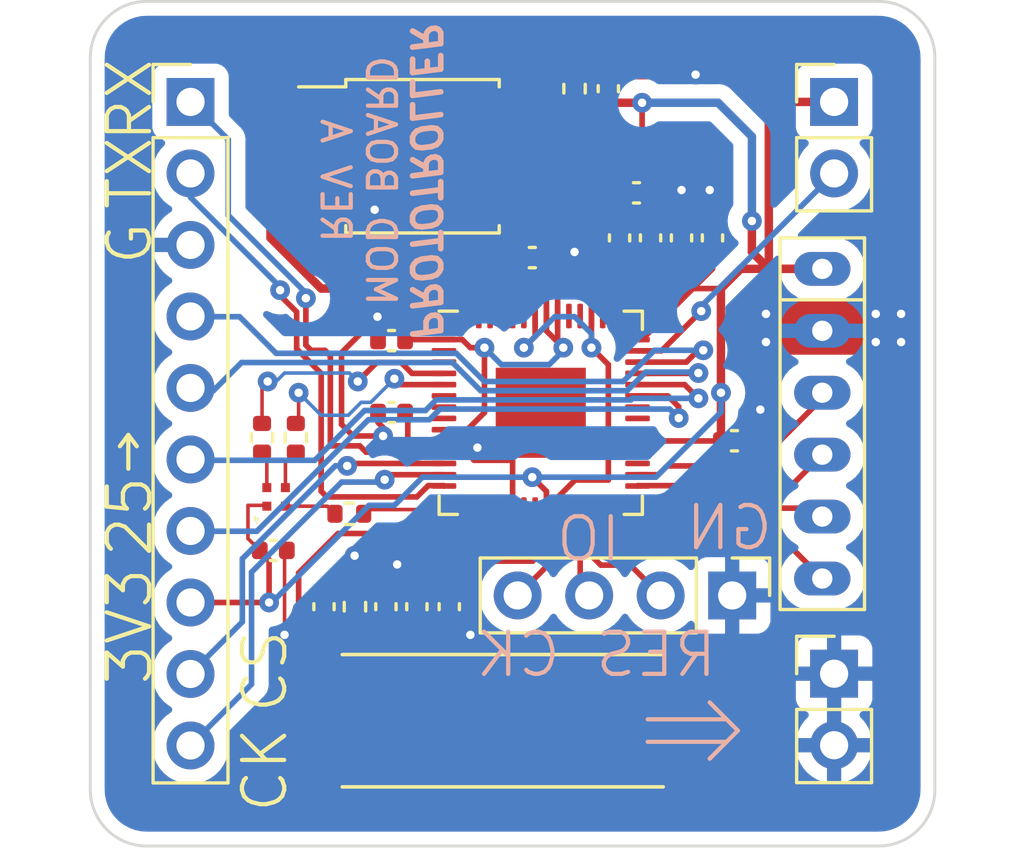
<source format=kicad_pcb>
(kicad_pcb (version 20211014) (generator pcbnew)
  (layers (0 "F.Cu" signal) (31 "B.Cu" signal) (34 "B.Paste" user) (35 "F.Paste" user) (36 "B.SilkS" user "B.Silkscreen") (37 "F.SilkS" user "F.Silkscreen") (38 "B.Mask" user) (39 "F.Mask" user) (44 "Edge.Cuts" user))
  (net 0 "")
  (net 1 "+3V3")
  (net 2 "/GPIO0")
  (net 3 "/GPIO1")
  (net 4 "/LB")
  (net 5 "/LG")
  (net 6 "/LR")
  (net 7 "/GPIO5")
  (net 8 "/GPIO6")
  (net 9 "/GPIO7")
  (net 10 "/GPIO13")
  (net 11 "/GPIO14")
  (net 12 "/GPIO15")
  (net 13 "GND")
  (net 14 "/XTAL_IN")
  (net 15 "/XTAL_OUT")
  (net 16 "+1V1")
  (net 17 "/SWCLK")
  (net 18 "/SWDIO")
  (net 19 "/RESET_N")
  (net 20 "/SPI1_CS_IO9")
  (net 21 "/SPI1_SCK")
  (net 22 "/SPI1_RX")
  (net 23 "/SPI1_TX")
  (net 24 "/GPIO20")
  (net 25 "/GPIO21")
  (net 26 "/GPIO22")
  (net 27 "/GPIO23")
  (net 28 "/GPIO24")
  (net 29 "/GPIO25")
  (net 30 "/GPIO26_ADC0")
  (net 31 "/GPIO27_ADC1")
  (net 32 "/GPIO28_ADC2")
  (net 33 "/GPIO29_ADC3")
  (net 36 "/QSPI_SD3")
  (net 37 "/QSPI_SCLK")
  (net 38 "/QSPI_SD0")
  (net 39 "/QSPI_SD2")
  (net 40 "/QSPI_SD1")
  (net 41 "/QSPI_NSS")
  (net 42 "Net-(C9-Pad2)")
  (net 43 "/LED_R")
  (net 44 "/CS")
  (net 45 "/SCLK")
  (net 46 "/RX")
  (net 47 "/TX")
  (net 48 "/LED_G")
  (net 49 "/LED_B")
  (net 50 "/GPIO4")
  (footprint "Connector_PinHeader_2.54mm:PinHeader_1x04_P2.54mm_Vertical" (layer "F.Cu") (at 167.8 96.1 -90)
    (fp_text reference "J1" hide)
    (fp_text value "Conn_01x04_Male")
  )
  (footprint "Capacitor_SMD:C_0402_1005Metric" (layer "F.Cu") (at 155.5 96.5 -90)
    (fp_text reference "C9" hide)
    (fp_text value "27p")
  )
  (footprint "Capacitor_SMD:C_0402_1005Metric" (layer "F.Cu") (at 166 83.4 90)
    (fp_text reference "C4" hide)
    (fp_text value "1u" hide)
  )
  (footprint "Capacitor_SMD:C_0402_1005Metric" (layer "F.Cu") (at 163.8 83.4 90)
    (fp_text reference "C5" hide)
    (fp_text value "100n" hide)
  )
  (footprint "Connector_PinHeader_2.54mm:PinHeader_1x02_P2.54mm_Vertical" (layer "F.Cu") (at 171.42 78.57)
    (fp_text reference "J10" hide)
    (fp_text value "Conn_01x02_Male")
  )
  (footprint "Capacitor_SMD:C_0402_1005Metric" (layer "F.Cu") (at 153.3 96.5 -90)
    (fp_text reference "C8" hide)
    (fp_text value "27p")
  )
  (footprint "Capacitor_SMD:C_0402_1005Metric" (layer "F.Cu") (at 164.4 81.8)
    (fp_text reference "C6" hide)
    (fp_text value "100n")
  )
  (footprint "Resistor_SMD:R_0402_1005Metric" (layer "F.Cu") (at 154.4 96.5 90)
    (fp_text reference "R3" hide)
    (fp_text value "1k")
  )
  (footprint "Capacitor_SMD:C_0402_1005Metric" (layer "F.Cu") (at 163.4 78.1 90)
    (fp_text reference "C14" hide)
    (fp_text value "100n")
  )
  (footprint "prototroller_footprints:LED_Cree-UHD111A" (layer "F.Cu") (at 151.6 92.6 180)
    (fp_text reference "D1" hide)
    (fp_text value "LED_RGB")
  )
  (footprint "Connector_PinHeader_2.54mm:PinHeader_1x10_P2.54mm_Vertical" (layer "F.Cu") (at 148.56 78.57)
    (fp_text reference "J2" hide)
    (fp_text value "Conn_01x10_Male")
  )
  (footprint "Resistor_SMD:R_0402_1005Metric" (layer "F.Cu") (at 151.1 90.5 -90)
    (fp_text reference "R4" hide)
    (fp_text value "1k")
  )
  (footprint "Capacitor_SMD:C_0402_1005Metric" (layer "F.Cu") (at 167.1 83.4 90)
    (fp_text reference "C13" hide)
    (fp_text value "100n")
  )
  (footprint "Capacitor_SMD:C_0402_1005Metric" (layer "F.Cu") (at 156.6 96.5 -90)
    (fp_text reference "C12" hide)
    (fp_text value "100n")
  )
  (footprint "Connector_PinHeader_2.54mm:PinHeader_1x02_P2.54mm_Vertical" (layer "F.Cu") (at 171.42 98.88)
    (fp_text reference "J9" hide)
    (fp_text value "Conn_01x02_Male")
  )
  (footprint "Capacitor_SMD:C_0402_1005Metric" (layer "F.Cu") (at 164.9 83.4 -90)
    (fp_text reference "C3" hide)
    (fp_text value "1u" hide)
  )
  (footprint "Capacitor_SMD:C_0402_1005Metric" (layer "F.Cu") (at 155.7 89.6 180)
    (fp_text reference "C10" hide)
    (fp_text value "100n")
  )
  (footprint "Resistor_SMD:R_0402_1005Metric" (layer "F.Cu") (at 154.2 93.2 180)
    (fp_text reference "R6" hide)
    (fp_text value "1k")
  )
  (footprint "Capacitor_SMD:C_0402_1005Metric" (layer "F.Cu") (at 167.88 90.60625)
    (fp_text reference "C11" hide)
    (fp_text value "100n")
  )
  (footprint "prototroller_footprints:XTAL_ABLS-12.000MHZ-B4-T" (layer "F.Cu") (at 159.65 100.55 180)
    (fp_text reference "Y1" hide)
    (fp_text value "ABLS-12.000MHZ-B4-T")
  )
  (footprint "Capacitor_SMD:C_0402_1005Metric" (layer "F.Cu") (at 157.75 96.5 -90)
    (fp_text reference "C2" hide)
    (fp_text value "100n")
  )
  (footprint "Resistor_SMD:R_0402_1005Metric" (layer "F.Cu") (at 162.2 78.1 -90)
    (fp_text reference "R2" hide)
    (fp_text value "10k")
  )
  (footprint "Capacitor_SMD:C_0402_1005Metric" (layer "F.Cu") (at 151.5 94.5)
    (fp_text reference "C15" hide)
    (fp_text value "100n")
  )
  (footprint "Package_DFN_QFN:QFN-56-1EP_7x7mm_P0.4mm_EP3.2x3.2mm" (layer "F.Cu") (at 161 89.6125)
    (fp_text reference "U1" hide)
    (fp_text value "RP2040")
  )
  (footprint "prototroller_footprints:Mag_Pogo_6P_P2.2mm_Male" (layer "F.Cu") (at 171 90 -90)
    (fp_text reference "J5" hide)
    (fp_text value "Conn_01x06_Male")
  )
  (footprint "Capacitor_SMD:C_0402_1005Metric" (layer "F.Cu") (at 160.7 84.1)
    (fp_text reference "C1" hide)
    (fp_text value "100n")
  )
  (footprint "Package_SO:SOIC-8_5.23x5.23mm_P1.27mm" (layer "F.Cu") (at 156.8 80.5)
    (fp_text reference "U2" hide)
    (fp_text value "W25Q16JVSSIQ")
  )
  (footprint "Resistor_SMD:R_0402_1005Metric" (layer "F.Cu") (at 152.3 90.5 -90)
    (fp_text reference "R5" hide)
    (fp_text value "1k")
  )
  (footprint "Capacitor_SMD:C_0402_1005Metric" (layer "F.Cu") (at 155.7 87.05 180)
    (fp_text reference "C7" hide)
    (fp_text value "100n")
  )
  (gr_line (start 164.8 100.5) (end 167.6 100.5) (layer "B.SilkS") (width 0.15))
  (gr_line (start 164.8 101.3) (end 167.6 101.3) (layer "B.SilkS") (width 0.15))
  (gr_line (start 167 99.9) (end 168 100.9) (layer "B.SilkS") (width 0.15))
  (gr_line (start 168 100.9) (end 167 101.9) (layer "B.SilkS") (width 0.15))
  (gr_line (start 146.35 90.4) (end 146.05 90.8) (layer "F.SilkS") (width 0.15))
  (gr_line (start 146.65 90.8) (end 146.35 90.4) (layer "F.SilkS") (width 0.15))
  (gr_line (start 146.35 91.6) (end 146.35 90.4) (layer "F.SilkS") (width 0.15))
  (gr_line (start 145 103) (end 145 77) (layer "Edge.Cuts") (width 0.1))
  (gr_arc (start 175 103) (mid 174.414214 104.414214) (end 173 105) (layer "Edge.Cuts") (width 0.1))
  (gr_arc (start 173 75) (mid 174.414214 75.585786) (end 175 77) (layer "Edge.Cuts") (width 0.1))
  (gr_arc (start 147 105) (mid 145.585786 104.414214) (end 145 103) (layer "Edge.Cuts") (width 0.1))
  (gr_line (start 173 105) (end 147 105) (layer "Edge.Cuts") (width 0.1))
  (gr_line (start 175 77) (end 175 103) (layer "Edge.Cuts") (width 0.1))
  (gr_arc (start 145 77) (mid 145.585786 75.585786) (end 147 75) (layer "Edge.Cuts") (width 0.1))
  (gr_line (start 147 75) (end 173 75) (layer "Edge.Cuts") (width 0.1))
  (gr_text "GN" (at 167.7 93.7) (layer "B.SilkS") (effects (font (size 1.5 1.5)) (justify mirror)))
  (gr_text "RES" (at 165.1 98.2) (layer "B.SilkS") (effects (font (size 1.5 1.5)) (justify mirror)))
  (gr_text "CK" (at 160.2 98.2) (layer "B.SilkS") (effects (font (size 1.5 1.5)) (justify mirror)))
  (gr_text "IO" (at 162.7 94.1) (layer "B.SilkS") (effects (font (size 1.5 1.5)) (justify mirror)))
  (gr_text "PROTOTROLLER" (at 156.9 81.45 270) (layer "B.SilkS") (effects (font (size 1 1) (thickness 0.2) italic) (justify mirror)))
  (gr_text "MOD BOARD\nREV A" (at 154.51 81.37 270) (layer "B.SilkS") (effects (font (size 1 1)) (justify mirror)))
  (gr_text "RX" (at 146.4 78.5 90) (layer "F.SilkS") (effects (font (size 1.5 1.5))))
  (gr_text "CS" (at 151.2 98.8 90) (layer "F.SilkS") (effects (font (size 1.5 1.5))))
  (gr_text "CK" (at 151.2 102.3 90) (layer "F.SilkS") (effects (font (size 1.5 1.5))))
  (gr_text "25" (at 146.4 93.3 90) (layer "F.SilkS") (effects (font (size 1.5 1.5))))
  (gr_text "G" (at 146.4 83.6 90) (layer "F.SilkS") (effects (font (size 1.5 1.5))))
  (gr_text "3V3" (at 146.4 97.2 90) (layer "F.SilkS") (effects (font (size 1.5 1.5))))
  (gr_text "TX" (at 146.4 81.1 90) (layer "F.SilkS") (effects (font (size 1.5 1.5))))
  (segment (start 161.2 92.4005) (end 161.2 93.05) (width 0.2) (layer "F.Cu") (net 1))
  (segment (start 157.991737 90.6125) (end 159 89.604237) (width 0.2) (layer "F.Cu") (net 1))
  (segment (start 161.2 86.175) (end 161.2 85.2) (width 0.2) (layer "F.Cu") (net 1))
  (segment (start 161.6 86.175) (end 161.6 85.4) (width 0.2) (layer "F.Cu") (net 1))
  (segment (start 162.6 85.2) (end 163.2 84.6) (width 0.2) (layer "F.Cu") (net 1))
  (segment (start 162.21 78.6) (end 162.2 78.61) (width 0.3) (layer "F.Cu") (net 1))
  (segment (start 150.6 92.9) (end 150.6 94.08) (width 0.127) (layer "F.Cu") (net 1))
  (segment (start 163.2 86.175) (end 163.2 85.642448) (width 0.2) (layer "F.Cu") (net 1))
  (segment (start 157.366 94.554) (end 160.577372 94.554) (width 0.2) (layer "F.Cu") (net 1))
  (segment (start 162.3 84.8) (end 163.1 84) (width 0.2) (layer "F.Cu") (net 1))
  (segment (start 161.6 87.1) (end 161.8 87.3) (width 0.2) (layer "F.Cu") (net 1))
  (segment (start 157.5625 90.6125) (end 157.991737 90.6125) (width 0.2) (layer "F.Cu") (net 1))
  (segment (start 164.6 78.6) (end 162.21 78.6) (width 0.3) (layer "F.Cu") (net 1))
  (segment (start 156.3125 90.6125) (end 157.5625 90.6125) (width 0.2) (layer "F.Cu") (net 1))
  (segment (start 156.2175 87.0125) (end 156.18 87.05) (width 0.2) (layer "F.Cu") (net 1))
  (segment (start 166.4 85.2) (end 167.4 85.2) (width 0.2) (layer "F.Cu") (net 1))
  (segment (start 150.6 94.08) (end 151.02 94.5) (width 0.127) (layer "F.Cu") (net 1))
  (segment (start 162.2 78.61) (end 163.37 78.61) (width 0.2) (layer "F.Cu") (net 1))
  (segment (start 169.63 78.57) (end 171.42 78.57) (width 0.3) (layer "F.Cu") (net 1))
  (segment (start 167.4 85.6) (end 167.4 86.3) (width 0.3) (layer "F.Cu") (net 1))
  (segment (start 164.5875 87.0125) (end 165.425 86.175) (width 0.2) (layer "F.Cu") (net 1))
  (segment (start 158.2125 87.0125) (end 158.5 87.3) (width 0.2) (layer "F.Cu") (net 1))
  (segment (start 156.277 89.697) (end 156.277 90.577) (width 0.2) (layer "F.Cu") (net 1))
  (segment (start 163.2 86.175) (end 163.6 86.175) (width 0.2) (layer "F.Cu") (net 1))
  (segment (start 168.5 82.8) (end 168.5 83.9) (width 0.3) (layer "F.Cu") (net 1))
  (segment (start 161.6 86.175) (end 161.6 87.1) (width 0.2) (layer "F.Cu") (net 1))
  (segment (start 165.2 85.3) (end 166 84.5) (width 0.2) (layer "F.Cu") (net 1))
  (segment (start 151.35 96.35) (end 151.35 94.83) (width 0.2) (layer "F.Cu") (net 1))
  (segment (start 166.35 85.25) (end 167.1 84.5) (width 0.2) (layer "F.Cu") (net 1))
  (segment (start 164.4375 90.6125) (end 167.39375 90.6125) (width 0.2) (layer "F.Cu") (net 1))
  (segment (start 163.6 86.175) (end 165.425 86.175) (width 0.2) (layer "F.Cu") (net 1))
  (segment (start 157.5625 87.0125) (end 158.2125 87.0125) (width 0.2) (layer "F.Cu") (net 1))
  (segment (start 168.5 83.9) (end 169.1 84.5) (width 0.3) (layer "F.Cu") (net 1))
  (segment (start 167.4 86.3) (end 167.4 86.99375) (width 0.3) (layer "F.Cu") (net 1))
  (segment (start 160.6995 91.9) (end 161.2 92.4005) (width 0.2) (layer "F.Cu") (net 1))
  (segment (start 151.35 94.83) (end 151.02 94.5) (width 0.2) (layer "F.Cu") (net 1))
  (segment (start 163.1 81) (end 164.6 79.5) (width 0.2) (layer "F.Cu") (net 1))
  (segment (start 157.5625 87.0125) (end 156.2175 87.0125) (width 0.2) (layer "F.Cu") (net 1))
  (segment (start 159 89.604237) (end 159 87.3) (width 0.2) (layer "F.Cu") (net 1))
  (segment (start 163.2 85.642448) (end 163.542448 85.3) (width 0.2) (layer "F.Cu") (net 1))
  (segment (start 163.6 84.6) (end 163.8 84.4) (width 0.2) (layer "F.Cu") (net 1))
  (segment (start 163.3 81.8) (end 163.92 81.8) (width 0.2) (layer "F.Cu") (net 1))
  (segment (start 160.577372 94.554) (end 161.2 93.931372) (width 0.2) (layer "F.Cu") (net 1))
  (segment (start 163.37 78.61) (end 163.4 78.58) (width 0.2) (layer "F.Cu") (net 1))
  (segment (start 156.18 89.6) (end 156.277 89.697) (width 0.2) (layer "F.Cu") (net 1))
  (segment (start 169.1 84.5) (end 170 84.5) (width 0.3) (layer "F.Cu") (net 1))
  (segment (start 165.425 86.175) (end 166.35 85.25) (width 0.2) (layer "F.Cu") (net 1))
  (segment (start 163.1 82.2) (end 163.1 82) (width 0.2) (layer "F.Cu") (net 1))
  (segment (start 163.1 82.2) (end 163.1 81) (width 0.2) (layer "F.Cu") (net 1))
  (segment (start 161.2 85.2) (end 161.6 84.8) (width 0.2) (layer "F.Cu") (net 1))
  (segment (start 163.1 82) (end 163.3 81.8) (width 0.2) (layer "F.Cu") (net 1))
  (segment (start 171 84.5) (end 170 84.5) (width 0.3) (layer "F.Cu") (net 1))
  (segment (start 166.35 85.25) (end 166.4 85.2) (width 0.2) (layer "F.Cu") (net 1))
  (segment (start 170 84.5) (end 168.1 84.5) (width 0.3) (layer "F.Cu") (net 1))
  (segment (start 151.27 92.93) (end 151.24 92.9) (width 0.127) (layer "F.Cu") (net 1))
  (segment (start 164.6 79.5) (end 164.6 78.6) (width 0.2) (layer "F.Cu") (net 1))
  (segment (start 161.2 93.931372) (end 161.2 93.05) (width 0.2) (layer "F.Cu") (net 1))
  (segment (start 163.542448 85.3) (end 165.2 85.3) (width 0.2) (layer "F.Cu") (net 1))
  (segment (start 169.1 79.1) (end 169.63 78.57) (width 0.3) (layer "F.Cu") (net 1))
  (segment (start 161.8 85.2) (end 162.6 85.2) (width 0.2) (layer "F.Cu") (net 1))
  (segment (start 156.6 95.32) (end 157.366 94.554) (width 0.2) (layer "F.Cu") (net 1))
  (segment (start 161.8 87.3) (end 161.2 86.7) (width 0.2) (layer "F.Cu") (net 1))
  (segment (start 164.4375 87.0125) (end 164.5875 87.0125) (width 0.2) (layer "F.Cu") (net 1))
  (segment (start 167.1 84.5) (end 167.1 83.88) (width 0.2) (layer "F.Cu") (net 1))
  (segment (start 166 84.5) (end 166 83.88) (width 0.2) (layer "F.Cu") (net 1))
  (segment (start 161.6 84.8) (end 162.3 84.8) (width 0.2) (layer "F.Cu") (net 1))
  (segment (start 156.277 90.577) (end 156.3125 90.6125) (width 0.2) (layer "F.Cu") (net 1))
  (segment (start 151.24 92.9) (end 150.6 92.9) (width 0.127) (layer "F.Cu") (net 1))
  (segment (start 151.35 96.35) (end 148.56 96.35) (width 0.2) (layer "F.Cu") (net 1))
  (segment (start 169.1 84.5) (end 169.1 79.1) (width 0.3) (layer "F.Cu") (net 1))
  (segment (start 158.5 87.3) (end 159 87.3) (width 0.2) (layer "F.Cu") (net 1))
  (segment (start 156.6 96.02) (end 156.6 95.32) (width 0.2) (layer "F.Cu") (net 1))
  (segment (start 167.4 90.60625) (end 167.4 86.99375) (width 0.3) (layer "F.Cu") (net 1))
  (segment (start 161.6 85.4) (end 161.8 85.2) (width 0.2) (layer "F.Cu") (net 1))
  (segment (start 163.2 84.6) (end 163.6 84.6) (width 0.2) (layer "F.Cu") (net 1))
  (segment (start 168.1 84.5) (end 167.4 85.2) (width 0.3) (layer "F.Cu") (net 1))
  (segment (start 163.8 84.4) (end 163.8 83.88) (width 0.2) (layer "F.Cu") (net 1))
  (segment (start 160.4 78.595) (end 162.185 78.595) (width 0.3) (layer "F.Cu") (net 1))
  (segment (start 161.2 86.7) (end 161.2 86.175) (width 0.2) (layer "F.Cu") (net 1))
  (segment (start 167.4 85.2) (end 167.4 85.6) (width 0.3) (layer "F.Cu") (net 1))
  (segment (start 162.185 78.595) (end 162.2 78.61) (width 0.3) (layer "F.Cu") (net 1))
  (segment (start 163.1 84) (end 163.1 82.2) (width 0.2) (layer "F.Cu") (net 1))
  (via (at 161.8 87.3) (size 0.7) (drill 0.3) (layers "F.Cu" "B.Cu") (net 1))
  (via (at 164.6 78.6) (size 0.7) (drill 0.3) (layers "F.Cu" "B.Cu") (net 1))
  (via (at 159 87.3) (size 0.7) (drill 0.3) (layers "F.Cu" "B.Cu") (net 1))
  (via (at 168.5 82.8) (size 0.7) (drill 0.3) (layers "F.Cu" "B.Cu") (net 1))
  (via (at 167.401825 88.899544) (size 0.7) (drill 0.3) (layers "F.Cu" "B.Cu") (net 1))
  (via (at 151.35 96.35) (size 0.7) (drill 0.3) (layers "F.Cu" "B.Cu") (net 1))
  (via (at 160.6995 91.9) (size 0.7) (drill 0.3) (layers "F.Cu" "B.Cu") (net 1))
  (segment (start 151.35 96.35) (end 151.45 96.35) (width 0.2) (layer "B.Cu") (net 1))
  (segment (start 159.6 87.9) (end 161.3 87.9) (width 0.2) (layer "B.Cu") (net 1))
  (segment (start 161.3 87.9) (end 161.8 87.4) (width 0.2) (layer "B.Cu") (net 1))
  (segment (start 168.5 79.8) (end 167.3 78.6) (width 0.3) (layer "B.Cu") (net 1))
  (segment (start 161.8 87.4) (end 161.8 87.3) (width 0.2) (layer "B.Cu") (net 1))
  (segment (start 154.9 92.9) (end 155.8 92.9) (width 0.2) (layer "B.Cu") (net 1))
  (segment (start 165.089496 91.9) (end 167.401825 89.587671) (width 0.2) (layer "B.Cu") (net 1))
  (segment (start 151.45 96.35) (end 154.9 92.9) (width 0.2) (layer "B.Cu") (net 1))
  (segment (start 155.8 92.9) (end 156.8 91.9) (width 0.2) (layer "B.Cu") (net 1))
  (segment (start 159 87.3) (end 159.6 87.9) (width 0.2) (layer "B.Cu") (net 1))
  (segment (start 167.3 78.6) (end 164.6 78.6) (width 0.3) (layer "B.Cu") (net 1))
  (segment (start 167.401825 89.587671) (end 167.401825 88.899544) (width 0.2) (layer "B.Cu") (net 1))
  (segment (start 156.8 91.9) (end 160.6995 91.9) (width 0.2) (layer "B.Cu") (net 1))
  (segment (start 168.5 82.8) (end 168.5 79.8) (width 0.3) (layer "B.Cu") (net 1))
  (segment (start 160.6995 91.9) (end 165.089496 91.9) (width 0.2) (layer "B.Cu") (net 1))
  (segment (start 153.42 92.93) (end 151.93 92.93) (width 0.127) (layer "F.Cu") (net 4))
  (segment (start 153.69 93.2) (end 153.42 92.93) (width 0.127) (layer "F.Cu") (net 4))
  (segment (start 151.93 91.38) (end 151.93 92.27) (width 0.127) (layer "F.Cu") (net 5))
  (segment (start 152.3 91.01) (end 151.93 91.38) (width 0.127) (layer "F.Cu") (net 5))
  (segment (start 151.1 91.01) (end 151.27 91.18) (width 0.127) (layer "F.Cu") (net 6))
  (segment (start 151.27 91.18) (end 151.27 92.27) (width 0.127) (layer "F.Cu") (net 6))
  (segment (start 166.48 77.62) (end 163.4 77.62) (width 0.3) (layer "F.Cu") (net 13))
  (segment (start 168.36 90.60625) (end 168.36 89.94) (width 0.3) (layer "F.Cu") (net 13))
  (segment (start 154.336 90.436) (end 153.923 90.023) (width 0.2) (layer "F.Cu") (net 13))
  (segment (start 161.18 84.1) (end 162 84.1) (width 0.2) (layer "F.Cu") (net 13))
  (segment (start 155.095 82.405) (end 155.1 82.4) (width 0.3) (layer "F.Cu") (net 13))
  (segment (start 151.98 94.5) (end 151.9 94.58) (width 0.127) (layer "F.Cu") (net 13))
  (segment (start 160 90.6125) (end 160.40625 90.20625) (width 0.2) (layer "F.Cu") (net 13))
  (segment (start 155.2 86.2) (end 155.22 86.22) (width 0.127) (layer "F.Cu") (net 13))
  (segment (start 154.387352 94.687352) (end 153.3 95.774704) (width 0.3) (layer "F.Cu") (net 13))
  (segment (start 153.923 90.023) (end 153.923 87.477) (width 0.2) (layer "F.Cu") (net 13))
  (segment (start 155.5 95.4) (end 155.9 95) (width 0.3) (layer "F.Cu") (net 13))
  (segment (start 155.4 90.436) (end 154.336 90.436) (width 0.2) (layer "F.Cu") (net 13))
  (segment (start 160.40625 90.20625) (end 161 89.6125) (width 0.2) (layer "F.Cu") (net 13))
  (segment (start 160 93.05) (end 160 90.6125) (width 0.2) (layer "F.Cu") (net 13))
  (segment (start 155.4 90.436) (end 155.4 90.136) (width 0.2) (layer "F.Cu") (net 13))
  (segment (start 155.22 86.22) (end 155.22 87.05) (width 0.127) (layer "F.Cu") (net 13))
  (segment (start 162 84.1) (end 162.2 83.9) (width 0.2) (layer "F.Cu") (net 13))
  (segment (start 168.36 89.94) (end 168.8 89.5) (width 0.3) (layer "F.Cu") (net 13))
  (segment (start 151.9 94.58) (end 151.9 97.5) (width 0.127) (layer "F.Cu") (net 13))
  (segment (start 153.2 82.405) (end 155.095 82.405) (width 0.3) (layer "F.Cu") (net 13))
  (segment (start 153.923 87.477) (end 155.2 86.2) (width 0.2) (layer "F.Cu") (net 13))
  (segment (start 166.5 77.6) (end 166.48 77.62) (width 0.3) (layer "F.Cu") (net 13))
  (segment (start 155.5 96.02) (end 155.5 95.4) (width 0.3) (layer "F.Cu") (net 13))
  (segment (start 155.4 90.136) (end 155.22 89.956) (width 0.2) (layer "F.Cu") (net 13))
  (segment (start 153.3 95.774704) (end 153.3 96.02) (width 0.3) (layer "F.Cu") (net 13))
  (via (at 169 87.1) (size 0.7) (drill 0.3) (layers "F.Cu" "B.Cu") (net 13))
  (via (at 173.8 86.1) (size 0.7) (drill 0.3) (layers "F.Cu" "B.Cu") (net 13))
  (via (at 158.5 97.5) (size 0.7) (drill 0.3) (layers "F.Cu" "B.Cu") (net 13))
  (via (at 151.9 97.5) (size 0.7) (drill 0.3) (layers "F.Cu" "B.Cu") (net 13))
  (via (at 168.8 89.5) (size 0.7) (drill 0.3) (layers "F.Cu" "B.Cu") (net 13))
  (via (at 172.9 86.1) (size 0.7) (drill 0.3) (layers "F.Cu" "B.Cu") (net 13))
  (via (at 155.2 86.2) (size 0.7) (drill 0.3) (layers "F.Cu" "B.Cu") (net 13))
  (via (at 158.75 90.85) (size 0.7) (drill 0.3) (layers "F.Cu" "B.Cu") (net 13))
  (via (at 166 81.7) (size 0.7) (drill 0.3) (layers "F.Cu" "B.Cu") (net 13))
  (via (at 166.5 77.6) (size 0.7) (drill 0.3) (layers "F.Cu" "B.Cu") (net 13))
  (via (at 167 81.7) (size 0.7) (drill 0.3) (layers "F.Cu" "B.Cu") (net 13))
  (via (at 155.4 90.436) (size 0.7) (drill 0.3) (layers "F.Cu" "B.Cu") (net 13))
  (via (at 173.8 87.1) (size 0.7) (drill 0.3) (layers "F.Cu" "B.Cu") (net 13))
  (via (at 169 86.1) (size 0.7) (drill 0.3) (layers "F.Cu" "B.Cu") (net 13))
  (via (at 154.387352 94.687352) (size 0.7) (drill 0.3) (layers "F.Cu" "B.Cu") (net 13))
  (via (at 162.2 83.9) (size 0.7) (drill 0.3) (layers "F.Cu" "B.Cu") (net 13))
  (via (at 172.9 87.1) (size 0.7) (drill 0.3) (layers "F.Cu" "B.Cu") (net 13))
  (via (at 155.1 82.4) (size 0.7) (drill 0.3) (layers "F.Cu" "B.Cu") (net 13))
  (via (at 155.9 95) (size 0.7) (drill 0.3) (layers "F.Cu" "B.Cu") (net 13))
  (segment (start 153.8 93.9) (end 152.4 95.3) (width 0.2) (layer "F.Cu") (net 14))
  (segment (start 152.68 96.98) (end 153.3 96.98) (width 0.2) (layer "F.Cu") (net 14))
  (segment (start 154.9 100.55) (end 154.9 99.4) (width 0.3) (layer "F.Cu") (net 14))
  (segment (start 160.16 93.9) (end 153.8 93.9) (width 0.2) (layer "F.Cu") (net 14))
  (segment (start 152.4 96.7) (end 152.68 96.98) (width 0.2) (layer "F.Cu") (net 14))
  (segment (start 160.4 93.05) (end 160.4 93.66) (width 0.2) (layer "F.Cu") (net 14))
  (segment (start 160.4 93.66) (end 160.16 93.9) (width 0.2) (layer "F.Cu") (net 14))
  (segment (start 153.3 97.8) (end 153.3 96.98) (width 0.3) (layer "F.Cu") (net 14))
  (segment (start 154.9 99.4) (end 153.3 97.8) (width 0.3) (layer "F.Cu") (net 14))
  (segment (start 152.4 95.3) (end 152.4 96.7) (width 0.2) (layer "F.Cu") (net 14))
  (segment (start 160.8 93.722448) (end 160.295448 94.227) (width 0.2) (layer "F.Cu") (net 15))
  (segment (start 160.8 93.05) (end 160.8 93.722448) (width 0.2) (layer "F.Cu") (net 15))
  (segment (start 160.295448 94.227) (end 155.663 94.227) (width 0.2) (layer "F.Cu") (net 15))
  (segment (start 155.663 94.227) (end 154.4 95.49) (width 0.2) (layer "F.Cu") (net 15))
  (segment (start 154.4 95.49) (end 154.4 95.99) (width 0.2) (layer "F.Cu") (net 15))
  (segment (start 162.8 86.175) (end 162.8 85.58) (width 0.2) (layer "F.Cu") (net 16))
  (segment (start 164.4 84.973) (end 164.9 84.473) (width 0.2) (layer "F.Cu") (net 16))
  (segment (start 160.8 86.175) (end 160.8 85.3) (width 0.2) (layer "F.Cu") (net 16))
  (segment (start 161.6 93.05) (end 161.6 93.99382) (width 0.2) (layer "F.Cu") (net 16))
  (segment (start 160.71282 94.881) (end 158.319 94.881) (width 0.2) (layer "F.Cu") (net 16))
  (segment (start 163.407 84.973) (end 164.4 84.973) (width 0.2) (layer "F.Cu") (net 16))
  (segment (start 160.8 86.175) (end 160.8 86.9) (width 0.2) (layer "F.Cu") (net 16))
  (segment (start 162.8 87.3) (end 162.8 86.175) (width 0.2) (layer "F.Cu") (net 16))
  (segment (start 161.6 93.05) (end 161.6 92.620763) (width 0.2) (layer "F.Cu") (net 16))
  (segment (start 160.8 85.3) (end 160.22 84.72) (width 0.2) (layer "F.Cu") (net 16))
  (segment (start 162.8 85.58) (end 163.407 84.973) (width 0.2) (layer "F.Cu") (net 16))
  (segment (start 161.6 93.99382) (end 160.71282 94.881) (width 0.2) (layer "F.Cu") (net 16))
  (segment (start 157.75 95.45) (end 157.75 96.02) (width 0.2) (layer "F.Cu") (net 16))
  (segment (start 164.9 84.473) (end 164.9 83.88) (width 0.2) (layer "F.Cu") (net 16))
  (segment (start 158.319 94.881) (end 157.75 95.45) (width 0.2) (layer "F.Cu") (net 16))
  (segment (start 160.22 84.72) (end 160.22 84.1) (width 0.2) (layer "F.Cu") (net 16))
  (segment (start 163.4 92) (end 163.4 87.9) (width 0.2) (layer "F.Cu") (net 16))
  (segment (start 160.8 86.9) (end 160.4 87.3) (width 0.2) (layer "F.Cu") (net 16))
  (segment (start 162.220763 92) (end 163.4 92) (width 0.2) (layer "F.Cu") (net 16))
  (segment (start 161.6 92.620763) (end 162.220763 92) (width 0.2) (layer "F.Cu") (net 16))
  (segment (start 163.4 87.9) (end 162.8 87.3) (width 0.2) (layer "F.Cu") (net 16))
  (via (at 160.4 87.3) (size 0.7) (drill 0.3) (layers "F.Cu" "B.Cu") (net 16))
  (via (at 162.8 87.3) (size 0.7) (drill 0.3) (layers "F.Cu" "B.Cu") (net 16))
  (segment (start 162.8 86.8) (end 162.2 86.2) (width 0.2) (layer "B.Cu") (net 16))
  (segment (start 162.8 87.3) (end 162.8 86.8) (width 0.2) (layer "B.Cu") (net 16))
  (segment (start 162.2 86.2) (end 161.5 86.2) (width 0.2) (layer "B.Cu") (net 16))
  (segment (start 161.5 86.2) (end 160.4 87.3) (width 0.2) (layer "B.Cu") (net 16))
  (segment (start 162 94.28) (end 160.18 96.1) (width 0.2) (layer "F.Cu") (net 17))
  (segment (start 162 93.05) (end 162 94.28) (width 0.2) (layer "F.Cu") (net 17))
  (segment (start 162.4 93.05) (end 162.4 95.78) (width 0.2) (layer "F.Cu") (net 18))
  (segment (start 162.4 95.78) (end 162.72 96.1) (width 0.2) (layer "F.Cu") (net 18))
  (segment (start 162.8 94.69) (end 163.133 95.023) (width 0.2) (layer "F.Cu") (net 19))
  (segment (start 163.133 95.023) (end 164.183 95.023) (width 0.2) (layer "F.Cu") (net 19))
  (segment (start 162.8 93.05) (end 162.8 94.69) (width 0.2) (layer "F.Cu") (net 19))
  (segment (start 164.183 95.023) (end 165.26 96.1) (width 0.2) (layer "F.Cu") (net 19))
  (segment (start 154.124876 91.496916) (end 154.209292 91.4125) (width 0.2) (layer "F.Cu") (net 20))
  (segment (start 154.209292 91.4125) (end 157.5625 91.4125) (width 0.2) (layer "F.Cu") (net 20))
  (via (at 154.124876 91.496916) (size 0.7) (drill 0.3) (layers "F.Cu" "B.Cu") (net 20))
  (segment (start 153.703084 91.496916) (end 150.4 94.8) (width 0.2) (layer "B.Cu") (net 20))
  (segment (start 154.124876 91.496916) (end 153.703084 91.496916) (width 0.2) (layer "B.Cu") (net 20))
  (segment (start 150.4 94.8) (end 150.4 97.04) (width 0.2) (layer "B.Cu") (net 20))
  (segment (start 150.4 97.04) (end 148.56 98.88) (width 0.2) (layer "B.Cu") (net 20))
  (segment (start 155.5375 91.8125) (end 157.5625 91.8125) (width 0.2) (layer "F.Cu") (net 21))
  (segment (start 155.456086 91.989) (end 155.456086 91.893914) (width 0.2) (layer "F.Cu") (net 21))
  (segment (start 155.456086 91.893914) (end 155.5375 91.8125) (width 0.2) (layer "F.Cu") (net 21))
  (via (at 155.456086 91.989) (size 0.7) (drill 0.3) (layers "F.Cu" "B.Cu") (net 21))
  (segment (start 155.37167 92.073416) (end 153.926584 92.073416) (width 0.2) (layer "B.Cu") (net 21))
  (segment (start 153.926584 92.073416) (end 150.727 95.273) (width 0.2) (layer "B.Cu") (net 21))
  (segment (start 150.727 95.273) (end 150.727 99.253) (width 0.2) (layer "B.Cu") (net 21))
  (segment (start 155.456086 91.989) (end 155.37167 92.073416) (width 0.2) (layer "B.Cu") (net 21))
  (segment (start 150.727 99.253) (end 148.56 101.42) (width 0.2) (layer "B.Cu") (net 21))
  (segment (start 153.527 87.587552) (end 153.527 90.787165) (width 0.2) (layer "F.Cu") (net 22))
  (segment (start 153.527 90.787165) (end 154.571163 90.787165) (width 0.2) (layer "F.Cu") (net 22))
  (segment (start 152.656997 85.543003) (end 152.656997 87.208543) (width 0.2) (layer "F.Cu") (net 22))
  (segment (start 154.796498 91.0125) (end 157.5625 91.0125) (width 0.2) (layer "F.Cu") (net 22))
  (segment (start 152.844454 87.396) (end 153.335448 87.396) (width 0.2) (layer "F.Cu") (net 22))
  (segment (start 153.335448 87.396) (end 153.527 87.587552) (width 0.2) (layer "F.Cu") (net 22))
  (segment (start 152.656997 87.208543) (end 152.844454 87.396) (width 0.2) (layer "F.Cu") (net 22))
  (segment (start 154.571163 90.787165) (end 154.796498 91.0125) (width 0.2) (layer "F.Cu") (net 22))
  (via (at 152.656997 85.543003) (size 0.7) (drill 0.3) (layers "F.Cu" "B.Cu") (net 22))
  (segment (start 152.656997 85.356997) (end 149.9 82.6) (width 0.2) (layer "B.Cu") (net 22))
  (segment (start 152.656997 85.543003) (end 152.656997 85.356997) (width 0.2) (layer "B.Cu") (net 22))
  (segment (start 149.9 79.91) (end 148.56 78.57) (width 0.2) (layer "B.Cu") (net 22))
  (segment (start 149.9 82.6) (end 149.9 79.91) (width 0.2) (layer "B.Cu") (net 22))
  (segment (start 153.2 92.4) (end 153.4 92.6) (width 0.2) (layer "F.Cu") (net 23))
  (segment (start 153.4 92.6) (end 156.6 92.6) (width 0.2) (layer "F.Cu") (net 23))
  (segment (start 157.55 92.2) (end 157.5625 92.2125) (width 0.2) (layer "F.Cu") (net 23))
  (segment (start 151.742352 85.44436) (end 152.329997 86.032005) (width 0.2) (layer "F.Cu") (net 23))
  (segment (start 153.2 88.213994) (end 153.2 92.4) (width 0.2) (layer "F.Cu") (net 23))
  (segment (start 157 92.2) (end 157.55 92.2) (width 0.2) (layer "F.Cu") (net 23))
  (segment (start 152.329997 86.032005) (end 152.329997 87.343991) (width 0.2) (layer "F.Cu") (net 23))
  (segment (start 151.742352 85.257648) (end 151.742352 85.44436) (width 0.2) (layer "F.Cu") (net 23))
  (segment (start 156.6 92.6) (end 157 92.2) (width 0.2) (layer "F.Cu") (net 23))
  (segment (start 152.329997 87.343991) (end 153.2 88.213994) (width 0.2) (layer "F.Cu") (net 23))
  (via (at 151.742352 85.257648) (size 0.7) (drill 0.3) (layers "F.Cu" "B.Cu") (net 23))
  (segment (start 151.742352 85.257648) (end 151.742352 85.142352) (width 0.2) (layer "B.Cu") (net 23))
  (segment (start 151.742352 85.142352) (end 148.56 81.96) (width 0.2) (layer "B.Cu") (net 23))
  (segment (start 148.56 81.96) (end 148.56 81.11) (width 0.2) (layer "B.Cu") (net 23))
  (segment (start 165.5125 89.0125) (end 165.9 89.4) (width 0.2) (layer "F.Cu") (net 29))
  (segment (start 165.9 89.4) (end 165.9 89.8) (width 0.2) (layer "F.Cu") (net 29))
  (segment (start 164.4375 89.0125) (end 165.5125 89.0125) (width 0.2) (layer "F.Cu") (net 29))
  (via (at 165.9 89.8) (size 0.7) (drill 0.3) (layers "F.Cu" "B.Cu") (net 29))
  (segment (start 157.041 89.859) (end 154.878552 89.859) (width 0.2) (layer "B.Cu") (net 29))
  (segment (start 165.581 89.481) (end 157.419 89.481) (width 0.2) (layer "B.Cu") (net 29))
  (segment (start 150.917552 93.82) (end 148.56 93.82) (width 0.2) (layer "B.Cu") (net 29))
  (segment (start 157.419 89.481) (end 157.041 89.859) (width 0.2) (layer "B.Cu") (net 29))
  (segment (start 154.878552 89.859) (end 150.917552 93.82) (width 0.2) (layer "B.Cu") (net 29))
  (segment (start 165.9 89.8) (end 165.581 89.481) (width 0.2) (layer "B.Cu") (net 29))
  (segment (start 166.1125 88.6125) (end 164.4375 88.6125) (width 0.2) (layer "F.Cu") (net 30))
  (segment (start 166.6 89.1) (end 166.1125 88.6125) (width 0.2) (layer "F.Cu") (net 30))
  (via (at 166.6 89.1) (size 0.7) (drill 0.3) (layers "F.Cu" "B.Cu") (net 30))
  (segment (start 156.905552 89.532) (end 154.743104 89.532) (width 0.2) (layer "B.Cu") (net 30))
  (segment (start 152.975104 91.3) (end 148.58 91.3) (width 0.2) (layer "B.Cu") (net 30))
  (segment (start 154.743104 89.532) (end 152.975104 91.3) (width 0.2) (layer "B.Cu") (net 30))
  (segment (start 166.6 89.1) (end 164.254896 89.1) (width 0.2) (layer "B.Cu") (net 30))
  (segment (start 148.58 91.3) (end 148.56 91.28) (width 0.2) (layer "B.Cu") (net 30))
  (segment (start 164.254896 89.1) (end 164.200896 89.154) (width 0.2) (layer "B.Cu") (net 30))
  (segment (start 157.283552 89.154) (end 156.905552 89.532) (width 0.2) (layer "B.Cu") (net 30))
  (segment (start 164.200896 89.154) (end 157.283552 89.154) (width 0.2) (layer "B.Cu") (net 30))
  (segment (start 166.6 88.2) (end 166.5875 88.2125) (width 0.2) (layer "F.Cu") (net 31))
  (segment (start 166.5875 88.2125) (end 164.4375 88.2125) (width 0.2) (layer "F.Cu") (net 31))
  (via (at 166.6 88.2) (size 0.7) (drill 0.3) (layers "F.Cu" "B.Cu") (net 31))
  (segment (start 164.726448 88.166) (end 164.065448 88.827) (width 0.2) (layer "B.Cu") (net 31))
  (segment (start 166.6 88.2) (end 166.566 88.166) (width 0.2) (layer "B.Cu") (net 31))
  (segment (start 150.373 87.827) (end 149.3725 88.8275) (width 0.2) (layer "B.Cu") (net 31))
  (segment (start 166.566 88.166) (end 164.726448 88.166) (width 0.2) (layer "B.Cu") (net 31))
  (segment (start 157.864552 87.827) (end 150.373 87.827) (width 0.2) (layer "B.Cu") (net 31))
  (segment (start 149.3725 88.8275) (end 148.6475 88.8275) (width 0.2) (layer "B.Cu") (net 31))
  (segment (start 148.6475 88.8275) (end 148.56 88.74) (width 0.2) (layer "B.Cu") (net 31))
  (segment (start 158.864552 88.827) (end 157.864552 87.827) (width 0.2) (layer "B.Cu") (net 31))
  (segment (start 164.065448 88.827) (end 158.864552 88.827) (width 0.2) (layer "B.Cu") (net 31))
  (segment (start 166.171498 87.8125) (end 164.4375 87.8125) (width 0.2) (layer "F.Cu") (net 32))
  (segment (start 166.7735 87.391914) (end 166.592084 87.391914) (width 0.2) (layer "F.Cu") (net 32))
  (segment (start 166.592084 87.391914) (end 166.171498 87.8125) (width 0.2) (layer "F.Cu") (net 32))
  (via (at 166.7735 87.391914) (size 0.7) (drill 0.3) (layers "F.Cu" "B.Cu") (net 32))
  (segment (start 165.038086 87.391914) (end 163.93 88.5) (width 0.2) (layer "B.Cu") (net 32))
  (segment (start 158 87.5) (end 151.6 87.5) (width 0.2) (layer "B.Cu") (net 32))
  (segment (start 150.3 86.2) (end 148.56 86.2) (width 0.2) (layer "B.Cu") (net 32))
  (segment (start 166.7735 87.391914) (end 165.038086 87.391914) (width 0.2) (layer "B.Cu") (net 32))
  (segment (start 159 88.5) (end 158 87.5) (width 0.2) (layer "B.Cu") (net 32))
  (segment (start 151.6 87.5) (end 150.3 86.2) (width 0.2) (layer "B.Cu") (net 32))
  (segment (start 163.93 88.5) (end 159 88.5) (width 0.2) (layer "B.Cu") (net 32))
  (segment (start 165.2875 87.4125) (end 166.7 86) (width 0.2) (layer "F.Cu") (net 33))
  (segment (start 164.4375 87.4125) (end 165.2875 87.4125) (width 0.2) (layer "F.Cu") (net 33))
  (via (at 166.7 86) (size 0.7) (drill 0.3) (layers "F.Cu" "B.Cu") (net 33))
  (segment (start 166.7 86) (end 166.7 85.83) (width 0.127) (layer "B.Cu") (net 33))
  (segment (start 166.7 85.83) (end 171.42 81.11) (width 0.2) (layer "B.Cu") (net 33))
  (segment (start 160.4 86.175) (end 160.4 85.412656) (width 0.2) (layer "F.Cu") (net 36))
  (segment (start 159.027 84.039656) (end 159.027 83.573) (width 0.2) (layer "F.Cu") (net 36))
  (segment (start 160.4 85.412656) (end 159.027 84.039656) (width 0.2) (layer "F.Cu") (net 36))
  (segment (start 159.273 83.327) (end 161.918552 83.327) (width 0.2) (layer "F.Cu") (net 36))
  (segment (start 161.365 79.865) (end 160.4 79.865) (width 0.2) (layer "F.Cu") (net 36))
  (segment (start 161.918552 83.327) (end 161.927 83.318552) (width 0.2) (layer "F.Cu") (net 36))
  (segment (start 161.927 80.427) (end 161.365 79.865) (width 0.2) (layer "F.Cu") (net 36))
  (segment (start 161.927 83.318552) (end 161.927 80.427) (width 0.2) (layer "F.Cu") (net 36))
  (segment (start 159.027 83.573) (end 159.273 83.327) (width 0.2) (layer "F.Cu") (net 36))
  (segment (start 160 85.475104) (end 158.7 84.175104) (width 0.2) (layer "F.Cu") (net 37))
  (segment (start 161.6 83) (end 161.6 81.4) (width 0.2) (layer "F.Cu") (net 37))
  (segment (start 161.335 81.135) (end 160.4 81.135) (width 0.2) (layer "F.Cu") (net 37))
  (segment (start 159.1 83) (end 161.6 83) (width 0.2) (layer "F.Cu") (net 37))
  (segment (start 158.7 83.4) (end 159.1 83) (width 0.2) (layer "F.Cu") (net 37))
  (segment (start 160 86.175) (end 160 85.475104) (width 0.2) (layer "F.Cu") (net 37))
  (segment (start 161.6 81.4) (end 161.335 81.135) (width 0.2) (layer "F.Cu") (net 37))
  (segment (start 158.7 84.175104) (end 158.7 83.4) (width 0.2) (layer "F.Cu") (net 37))
  (segment (start 159.232552 82.405) (end 160.4 82.405) (width 0.2) (layer "F.Cu") (net 38))
  (segment (start 159.6 86.175) (end 159.6 85.537552) (width 0.2) (layer "F.Cu") (net 38))
  (segment (start 158.373 84.310552) (end 158.373 83.264552) (width 0.2) (layer "F.Cu") (net 38))
  (segment (start 159.6 85.537552) (end 158.373 84.310552) (width 0.2) (layer "F.Cu") (net 38))
  (segment (start 158.373 83.264552) (end 159.232552 82.405) (width 0.2) (layer "F.Cu") (net 38))
  (segment (start 159.2 86.175) (end 159.2 85.6) (width 0.2) (layer "F.Cu") (net 39))
  (segment (start 158.046 82.746) (end 156.435 81.135) (width 0.2) (layer "F.Cu") (net 39))
  (segment (start 159.2 85.6) (end 158.046 84.446) (width 0.2) (layer "F.Cu") (net 39))
  (segment (start 156.435 81.135) (end 153.2 81.135) (width 0.2) (layer "F.Cu") (net 39))
  (segment (start 158.046 84.446) (end 158.046 82.746) (width 0.2) (layer "F.Cu") (net 39))
  (segment (start 151.9 80.4) (end 151.9 83.2) (width 0.2) (layer "F.Cu") (net 40))
  (segment (start 152.435 79.865) (end 151.9 80.4) (width 0.2) (layer "F.Cu") (net 40))
  (segment (start 158.8 85.7) (end 158.8 86.175) (width 0.2) (layer "F.Cu") (net 40))
  (segment (start 153.4 84.7) (end 157.8 84.7) (width 0.2) (layer "F.Cu") (net 40))
  (segment (start 157.8 84.7) (end 158.8 85.7) (width 0.2) (layer "F.Cu") (net 40))
  (segment (start 153.2 79.865) (end 152.435 79.865) (width 0.2) (layer "F.Cu") (net 40))
  (segment (start 151.9 83.2) (end 153.4 84.7) (width 0.2) (layer "F.Cu") (net 40))
  (segment (start 153.2 78.595) (end 152.595 78.595) (width 0.3) (layer "F.Cu") (net 41))
  (segment (start 153.2 85.2) (end 151.4 83.4) (width 0.3) (layer "F.Cu") (net 41))
  (segment (start 154.295 77.5) (end 153.2 78.595) (width 0.3) (layer "F.Cu") (net 41))
  (segment (start 157.425 85.2) (end 153.2 85.2) (width 0.3) (layer "F.Cu") (net 41))
  (segment (start 158.325 86.1) (end 157.425 85.2) (width 0.3) (layer "F.Cu") (net 41))
  (segment (start 151.4 80) (end 152.805 78.595) (width 0.3) (layer "F.Cu") (net 41))
  (segment (start 151.4 83.4) (end 151.4 80) (width 0.3) (layer "F.Cu") (net 41))
  (segment (start 162.11 77.5) (end 154.295 77.5) (width 0.3) (layer "F.Cu") (net 41))
  (segment (start 162.2 77.59) (end 162.11 77.5) (width 0.3) (layer "F.Cu") (net 41))
  (segment (start 152.805 78.595) (end 153.2 78.595) (width 0.3) (layer "F.Cu") (net 41))
  (segment (start 160.87 100.55) (end 158.92 98.6) (width 0.3) (layer "F.Cu") (net 42))
  (segment (start 164.4 100.55) (end 160.87 100.55) (width 0.3) (layer "F.Cu") (net 42))
  (segment (start 158.92 98.6) (end 156.3 98.6) (width 0.3) (layer "F.Cu") (net 42))
  (segment (start 156.3 98.6) (end 155.527 97.827) (width 0.3) (layer "F.Cu") (net 42))
  (segment (start 155.5 96.98) (end 154.43 96.98) (width 0.3) (layer "F.Cu") (net 42))
  (segment (start 154.43 96.98) (end 154.4 97.01) (width 0.3) (layer "F.Cu") (net 42))
  (segment (start 155.527 97.827) (end 155.527 96.98) (width 0.3) (layer "F.Cu") (net 42))
  (segment (start 155.1735 87.8265) (end 154.5 88.5) (width 0.2) (layer "F.Cu") (net 43))
  (segment (start 156.039002 87.8265) (end 155.1735 87.8265) (width 0.2) (layer "F.Cu") (net 43))
  (segment (start 151.1 88.7) (end 151.1 89.99) (width 0.127) (layer "F.Cu") (net 43))
  (segment (start 156.425002 88.2125) (end 156.039002 87.8265) (width 0.2) (layer "F.Cu") (net 43))
  (segment (start 157.5625 88.2125) (end 156.425002 88.2125) (width 0.2) (layer "F.Cu") (net 43))
  (segment (start 151.3 88.5) (end 151.1 88.7) (width 0.127) (layer "F.Cu") (net 43))
  (via (at 154.5 88.5) (size 0.7) (drill 0.3) (layers "F.Cu" "B.Cu") (net 43))
  (via (at 151.3 88.5) (size 0.7) (drill 0.3) (layers "F.Cu" "B.Cu") (net 43))
  (segment (start 151.9 88.2) (end 151.6 88.5) (width 0.127) (layer "B.Cu") (net 43))
  (segment (start 154.5 88.5) (end 154.2 88.2) (width 0.127) (layer "B.Cu") (net 43))
  (segment (start 151.6 88.5) (end 151.3 88.5) (width 0.127) (layer "B.Cu") (net 43))
  (segment (start 154.2 88.2) (end 151.9 88.2) (width 0.127) (layer "B.Cu") (net 43))
  (segment (start 163.65 93) (end 170.7 93) (width 0.2) (layer "F.Cu") (net 44))
  (segment (start 163.6 93.05) (end 163.65 93) (width 0.2) (layer "F.Cu") (net 44))
  (segment (start 170.7 93) (end 171 93.3) (width 0.2) (layer "F.Cu") (net 44))
  (segment (start 164.4375 92.2125) (end 164.45 92.2) (width 0.2) (layer "F.Cu") (net 45))
  (segment (start 164.45 92.2) (end 169.9 92.2) (width 0.2) (layer "F.Cu") (net 45))
  (segment (start 169.9 92.2) (end 171 91.1) (width 0.2) (layer "F.Cu") (net 45))
  (segment (start 169.5 94) (end 171 95.5) (width 0.2) (layer "F.Cu") (net 46))
  (segment (start 163.2 93.05) (end 163.2 93.479237) (width 0.2) (layer "F.Cu") (net 46))
  (segment (start 163.2 93.479237) (end 163.720763 94) (width 0.2) (layer "F.Cu") (net 46))
  (segment (start 163.720763 94) (end 169.5 94) (width 0.2) (layer "F.Cu") (net 46))
  (segment (start 168.6 91.5) (end 171 89.1) (width 0.2) (layer "F.Cu") (net 47))
  (segment (start 171 89.1) (end 171 88.9) (width 0.2) (layer "F.Cu") (net 47))
  (segment (start 165.177118 91.8125) (end 165.489618 91.5) (width 0.2) (layer "F.Cu") (net 47))
  (segment (start 165.489618 91.5) (end 168.6 91.5) (width 0.2) (layer "F.Cu") (net 47))
  (segment (start 164.4375 91.8125) (end 165.177118 91.8125) (width 0.2) (layer "F.Cu") (net 47))
  (segment (start 157.5625 88.6125) (end 156.009 88.6125) (width 0.2) (layer "F.Cu") (net 48))
  (segment (start 152.4 88.9) (end 152.4 89.89) (width 0.127) (layer "F.Cu") (net 48))
  (segment (start 156.009 88.6125) (end 155.8 88.4035) (width 0.2) (layer "F.Cu") (net 48))
  (segment (start 152.4 89.89) (end 152.3 89.99) (width 0.127) (layer "F.Cu") (net 48))
  (via (at 155.8 88.4035) (size 0.7) (drill 0.3) (layers "F.Cu" "B.Cu") (net 48))
  (via (at 152.4 88.9) (size 0.7) (drill 0.3) (layers "F.Cu" "B.Cu") (net 48))
  (segment (start 155.8 88.4035) (end 154.962 89.2415) (width 0.127) (layer "B.Cu") (net 48))
  (segment (start 154.164274 89.7) (end 153.2 89.7) (width 0.127) (layer "B.Cu") (net 48))
  (segment (start 154.622774 89.2415) (end 154.164274 89.7) (width 0.127) (layer "B.Cu") (net 48))
  (segment (start 153.2 89.7) (end 152.4 88.9) (width 0.127) (layer "B.Cu") (net 48))
  (segment (start 154.962 89.2415) (end 154.622774 89.2415) (width 0.127) (layer "B.Cu") (net 48))
  (segment (start 158.4 93.05) (end 154.86 93.05) (width 0.127) (layer "F.Cu") (net 49))
  (segment (start 154.86 93.05) (end 154.71 93.2) (width 0.127) (layer "F.Cu") (net 49))
  (zone (net 13) (net_name "GND") (layer "F.Cu") (connect_pads yes (clearance 0.508)) (min_thickness 0.254) (fill yes (thermal_gap 0.508) (thermal_bridge_width 0.508))
    (polygon (pts (xy 159.130238 97.868975) (xy 156.05 97.67) (xy 155.98 96.81) (xy 156 96.34) (xy 158.77 96.49)))
  )
  (zone (net 13) (net_name "GND") (layer "F.Cu") (connect_pads yes (clearance 0.508)) (min_thickness 0.254) (fill yes (thermal_gap 0.508) (thermal_bridge_width 0.508))
    (polygon (pts (xy 160.1 91.4) (xy 158.3 91.4) (xy 158.3 91.15) (xy 158.3 90.39844) (xy 160.1 90.4)))
  )
  (zone (net 13) (net_name "GND") (layer "F.Cu") (connect_pads yes (clearance 0.508)) (min_thickness 0.254) (fill yes (thermal_gap 0.508) (thermal_bridge_width 0.508))
    (polygon (pts (xy 174.25 87.55) (xy 168.4 87.55) (xy 168.4 85.65) (xy 174.25 85.65)))
  )
  (zone (net 13) (net_name "GND") (layer "F.Cu") (connect_pads (clearance 0.508)) (min_thickness 0.254) (fill yes (thermal_gap 0.508) (thermal_bridge_width 0.508))
    (polygon (pts (xy 165.9 81.3) (xy 167.5 81.3) (xy 167.5 83.2) (xy 164.9 83.2) (xy 163.5 83.2) (xy 163.5 82.4) (xy 164.5 82.4) (xy 164.5 81.3)))
  )
  (zone (net 13) (net_name "GND") (layer "B.Cu") (connect_pads (clearance 0.508)) (min_thickness 0.254) (fill yes (thermal_gap 0.508) (thermal_bridge_width 0.508))
    (polygon (pts (xy 175 105.1) (xy 144.9 105) (xy 145.1 75) (xy 175 75)))
  )
)
</source>
